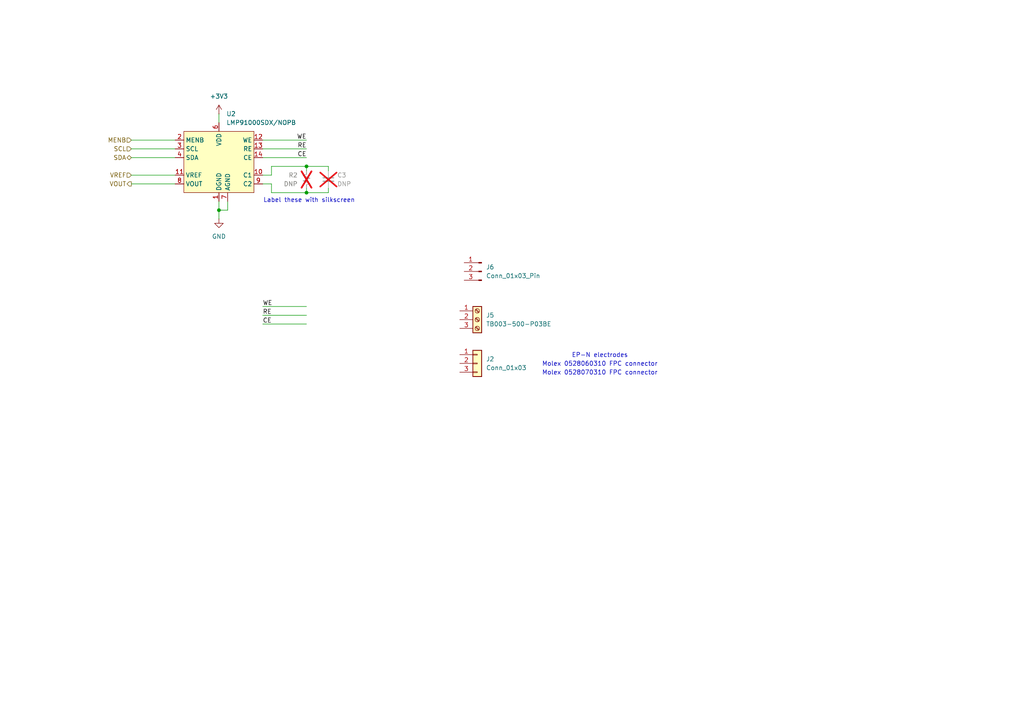
<source format=kicad_sch>
(kicad_sch (version 20250114) (generator "eeschema") (generator_version "9.0")
  (paper "A4")
  (title_block (title "LMP91000 Portable Potentiostat"))
  (lib_symbols
    (symbol "Connector:Conn_01x03_Pin" (pin_names (offset 1.016) (hide yes))
      (property "Reference" "J" (at 0 5.08 0))
      (property "Value" "Conn_01x03_Pin" (at 0 -5.08 0))
      (symbol "Conn_01x03_Pin_1_1"
        (rectangle (start 0.8636 2.667) (end 0 2.413) (stroke (width 0.1524)) (fill (type outline)))
        (rectangle (start 0.8636 0.127) (end 0 -0.127) (stroke (width 0.1524)) (fill (type outline)))
        (rectangle (start 0.8636 -2.413) (end 0 -2.667) (stroke (width 0.1524)) (fill (type outline)))
        (polyline (pts (xy 1.27 2.54) (xy 0.8636 2.54)) (stroke (width 0.1524)))
        (polyline (pts (xy 1.27 0) (xy 0.8636 0)) (stroke (width 0.1524)))
        (polyline (pts (xy 1.27 -2.54) (xy 0.8636 -2.54)) (stroke (width 0.1524)))
        (pin passive line (at 5.08 2.54 180) (length 3.81) (name "Pin_1") (number "1"))
        (pin passive line (at 5.08 0 180) (length 3.81) (name "Pin_2") (number "2"))
        (pin passive line (at 5.08 -2.54 180) (length 3.81) (name "Pin_3") (number "3"))
      )
    )
    (symbol "Connector:Screw_Terminal_01x03" (pin_names (offset 1.016) (hide yes))
      (property "Reference" "J" (at 0 5.08 0))
      (property "Value" "Screw_Terminal_01x03" (at 0 -5.08 0))
      (symbol "Screw_Terminal_01x03_1_1"
        (rectangle (start -1.27 3.81) (end 1.27 -3.81) (stroke (width 0.254)) (fill (type background)))
        (polyline (pts (xy -0.5334 2.8702) (xy 0.3302 2.032)) (stroke (width 0.1524)))
        (polyline (pts (xy -0.5334 0.3302) (xy 0.3302 -0.508)) (stroke (width 0.1524)))
        (polyline (pts (xy -0.5334 -2.2098) (xy 0.3302 -3.048)) (stroke (width 0.1524)))
        (polyline (pts (xy -0.3556 3.048) (xy 0.508 2.2098)) (stroke (width 0.1524)))
        (polyline (pts (xy -0.3556 0.508) (xy 0.508 -0.3302)) (stroke (width 0.1524)))
        (polyline (pts (xy -0.3556 -2.032) (xy 0.508 -2.8702)) (stroke (width 0.1524)))
        (circle (center 0 2.54) (radius 0.635) (stroke (width 0.1524)))
        (circle (center 0 0) (radius 0.635) (stroke (width 0.1524)))
        (circle (center 0 -2.54) (radius 0.635) (stroke (width 0.1524)))
        (pin passive line (at -5.08 2.54 0) (length 3.81) (name "Pin_1") (number "1"))
        (pin passive line (at -5.08 0 0) (length 3.81) (name "Pin_2") (number "2"))
        (pin passive line (at -5.08 -2.54 0) (length 3.81) (name "Pin_3") (number "3"))
      )
    )
    (symbol "Connector_Generic:Conn_01x03" (pin_names (offset 1.016) (hide yes))
      (property "Reference" "J" (at 0 5.08 0))
      (property "Value" "Conn_01x03" (at 0 -5.08 0))
      (symbol "Conn_01x03_1_1"
        (rectangle (start -1.27 3.81) (end 1.27 -3.81) (stroke (width 0.254)) (fill (type background)))
        (rectangle (start -1.27 2.667) (end 0 2.413) (stroke (width 0.1524)))
        (rectangle (start -1.27 0.127) (end 0 -0.127) (stroke (width 0.1524)))
        (rectangle (start -1.27 -2.413) (end 0 -2.667) (stroke (width 0.1524)))
        (pin passive line (at -5.08 2.54 0) (length 3.81) (name "Pin_1") (number "1"))
        (pin passive line (at -5.08 0 0) (length 3.81) (name "Pin_2") (number "2"))
        (pin passive line (at -5.08 -2.54 0) (length 3.81) (name "Pin_3") (number "3"))
      )
    )
    (symbol "Device:C_Small" (pin_numbers (hide yes)) (pin_names (offset 0.254) (hide yes))
      (property "Reference" "C" (at 0.254 1.778 0))
      (property "Value" "C_Small" (at 0.254 -2.032 0))
      (symbol "C_Small_0_1"
        (polyline (pts (xy -1.524 0.508) (xy 1.524 0.508)) (stroke (width 0.3048)))
        (polyline (pts (xy -1.524 -0.508) (xy 1.524 -0.508)) (stroke (width 0.3302)))
      )
      (symbol "C_Small_1_1"
        (pin passive line (at 0 2.54 270) (length 2.032) (name "~") (number "1"))
        (pin passive line (at 0 -2.54 90) (length 2.032) (name "~") (number "2"))
      )
    )
    (symbol "Device:R_Small_US" (pin_numbers (hide yes)) (pin_names (offset 0.254) (hide yes))
      (property "Reference" "R" (at 0.762 0.508 0))
      (property "Value" "R_Small_US" (at 0.762 -1.016 0))
      (symbol "R_Small_US_1_1"
        (polyline (pts (xy 0 1.524) (xy 1.016 1.143) (xy 0 0.762) (xy -1.016 0.381) (xy 0 0)))
        (polyline (pts (xy 0 0) (xy 1.016 -0.381) (xy 0 -0.762) (xy -1.016 -1.143) (xy 0 -1.524)))
        (pin passive line (at 0 2.54 270) (length 1.016) (name "~") (number "1"))
        (pin passive line (at 0 -2.54 90) (length 1.016) (name "~") (number "2"))
      )
    )
    (symbol "TI_LMP91000:LMP91000"
      (property "Reference" "U" (at -10.16 3.81 0))
      (property "Value" "LMP91000SDX/NOPB" (at -10.16 1.27 0))
      (symbol "LMP91000_0_0"
        (pin input line (at -12.7 -2.54 0) (length 2.54) (name "MENB") (number "2"))
        (pin input line (at -12.7 -5.08 0) (length 2.54) (name "SCL") (number "3"))
        (pin bidirectional line (at -12.7 -7.62 0) (length 2.54) (name "SDA") (number "4"))
        (pin input line (at -12.7 -12.7 0) (length 2.54) (name "VREF") (number "11"))
        (pin output line (at -12.7 -15.24 0) (length 2.54) (name "VOUT") (number "8"))
        (pin power_in line (at 0 2.54 270) (length 2.54) (name "VDD") (number "6"))
        (pin power_in line (at 0 -20.32 90) (length 2.54) (name "DGND") (number "1"))
        (pin power_in line (at 2.54 -20.32 90) (length 2.54) (name "AGND") (number "7"))
        (pin output line (at 12.7 -2.54 180) (length 2.54) (name "WE") (number "12"))
        (pin output line (at 12.7 -5.08 180) (length 2.54) (name "RE") (number "13"))
        (pin output line (at 12.7 -7.62 180) (length 2.54) (name "CE") (number "14"))
        (pin passive line (at 12.7 -12.7 180) (length 2.54) (name "C1") (number "10"))
        (pin passive line (at 12.7 -15.24 180) (length 2.54) (name "C2") (number "9"))
      )
      (symbol "LMP91000_1_0"
        (pin power_in line (at 2.54 -20.32 90) (length 2.54) (hide yes) (name "DAP") (number "15"))
        (pin no_connect line (at 5.08 -20.32 90) (length 2.54) (hide yes) (name "NC") (number "5"))
      )
      (symbol "LMP91000_1_1"
        (rectangle (start -10.16 0) (end 10.16 -17.78) (fill (type background)))
      )
    )
    (symbol "power:+3V3" (power) (pin_numbers (hide yes)) (pin_names (offset 0) (hide yes))
      (property "Value" "+3V3" (at 0 3.556 0))
      (symbol "+3V3_0_1"
        (polyline (pts (xy -0.762 1.27) (xy 0 2.54)))
        (polyline (pts (xy 0 2.54) (xy 0.762 1.27)))
        (polyline (pts (xy 0 0) (xy 0 2.54)))
      )
      (symbol "+3V3_1_1"
        (pin power_in line (at 0 0 90) (length 0) (name "~") (number "1"))
      )
    )
    (symbol "power:GND" (power) (pin_numbers (hide yes)) (pin_names (offset 0) (hide yes))
      (property "Value" "GND" (at 0 -3.81 0))
      (symbol "GND_0_1"
        (polyline (pts (xy 0 0) (xy 0 -1.27) (xy 1.27 -1.27) (xy 0 -2.54) (xy -1.27 -1.27) (xy 0 -1.27)))
      )
      (symbol "GND_1_1"
        (pin power_in line (at 0 0 270) (length 0) (name "~") (number "1"))
      )
    )
  )
  (text "Label these with silkscreen" (at 89.662 58.166 0) (effects (font (size 1.27 1.27))))
  (text "Molex 0528070310 FPC connector" (at 173.99 108.204 0) (effects (font (size 1.27 1.27))))
  (text "EP-N electrodes" (at 173.99 103.124 0) (effects (font (size 1.27 1.27))))
  (text "Molex 0528060310 FPC connector" (at 173.99 105.664 0) (effects (font (size 1.27 1.27))))
  (junction (at 63.5 60.96))
  (junction (at 88.9 48.26))
  (junction (at 88.9 55.88))
  (wire (pts (xy 88.9 54.61) (xy 88.9 55.88)))
  (wire (pts (xy 38.1 43.18) (xy 50.8 43.18)))
  (wire (pts (xy 63.5 60.96) (xy 63.5 58.42)))
  (wire (pts (xy 76.2 43.18) (xy 88.9 43.18)))
  (wire (pts (xy 66.04 58.42) (xy 66.04 60.96)))
  (wire (pts (xy 95.25 48.26) (xy 88.9 48.26)))
  (wire (pts (xy 88.9 91.44) (xy 76.2 91.44)))
  (wire (pts (xy 63.5 33.02) (xy 63.5 35.56)))
  (wire (pts (xy 78.74 55.88) (xy 88.9 55.88)))
  (wire (pts (xy 66.04 60.96) (xy 63.5 60.96)))
  (wire (pts (xy 76.2 45.72) (xy 88.9 45.72)))
  (wire (pts (xy 78.74 48.26) (xy 88.9 48.26)))
  (wire (pts (xy 88.9 88.9) (xy 76.2 88.9)))
  (wire (pts (xy 76.2 40.64) (xy 88.9 40.64)))
  (wire (pts (xy 76.2 50.8) (xy 78.74 50.8)))
  (wire (pts (xy 38.1 40.64) (xy 50.8 40.64)))
  (wire (pts (xy 88.9 93.98) (xy 76.2 93.98)))
  (wire (pts (xy 95.25 49.53) (xy 95.25 48.26)))
  (wire (pts (xy 95.25 55.88) (xy 95.25 54.61)))
  (wire (pts (xy 38.1 53.34) (xy 50.8 53.34)))
  (wire (pts (xy 88.9 55.88) (xy 95.25 55.88)))
  (wire (pts (xy 78.74 53.34) (xy 78.74 55.88)))
  (wire (pts (xy 76.2 53.34) (xy 78.74 53.34)))
  (wire (pts (xy 63.5 60.96) (xy 63.5 63.5)))
  (wire (pts (xy 38.1 50.8) (xy 50.8 50.8)))
  (wire (pts (xy 38.1 45.72) (xy 50.8 45.72)))
  (wire (pts (xy 78.74 50.8) (xy 78.74 48.26)))
  (wire (pts (xy 88.9 48.26) (xy 88.9 49.53)))
  (label "CE" (at 76.2 93.98 0))
  (label "RE" (at 76.2 91.44 0))
  (label "WE" (at 76.2 88.9 0))
  (label "WE" (at 88.9 40.64 180))
  (label "CE" (at 88.9 45.72 180))
  (label "RE" (at 88.9 43.18 180))
  (hierarchical_label "SDA" (shape bidirectional) (at 38.1 45.72 180))
  (hierarchical_label "SCL" (shape input) (at 38.1 43.18 180))
  (hierarchical_label "VREF" (shape input) (at 38.1 50.8 180))
  (hierarchical_label "MENB" (shape input) (at 38.1 40.64 180))
  (hierarchical_label "VOUT" (shape output) (at 38.1 53.34 180))
  (symbol (lib_id "power:+3V3") (at 63.5 33.02 0) (unit 1)
    (property "Reference" "#PWR019" (effects (hide yes)))
    (property "Value" "+3V3" (at 63.5 27.94 0))
    (property "Description" "Power symbol creates a global label with name \"+3V3\"" (effects (hide yes)))
  )
  (symbol (lib_id "Device:R_Small_US") (at 88.9 52.07 0) (mirror y) (unit 1) (dnp yes)
    (property "Reference" "R2" (at 86.36 50.7999 0) (effects (justify left)))
    (property "Value" "DNP" (at 86.36 53.3399 0) (effects (justify left)))
    (property "Description" "Resistor, small US symbol" (effects (hide yes)))
  )
  (symbol (lib_id "Connector:Screw_Terminal_01x03") (at 138.43 92.71 0) (unit 1)
    (property "Reference" "J5" (at 140.97 91.4399 0) (effects (justify left)))
    (property "Value" "TB003-500-P03BE" (at 140.97 93.9799 0) (effects (justify left)))
    (property "Description" "Generic screw terminal, single row, 01x03, script generated (kicad-library-utils/schlib/autogen/connector/)" (effects (hide yes)))
  )
  (symbol (lib_id "Connector:Conn_01x03_Pin") (at 139.7 78.74 0) (mirror y) (unit 1)
    (property "Reference" "J6" (at 140.97 77.4699 0) (effects (justify right)))
    (property "Value" "Conn_01x03_Pin" (at 140.97 80.0099 0) (effects (justify right)))
    (property "Description" "Generic connector, single row, 01x03, script generated" (effects (hide yes)))
  )
  (symbol (lib_id "Connector_Generic:Conn_01x03") (at 138.43 105.41 0) (unit 1)
    (property "Reference" "J2" (at 140.97 104.1399 0) (effects (justify left)))
    (property "Value" "Conn_01x03" (at 140.97 106.6799 0) (effects (justify left)))
    (property "Description" "Generic connector, single row, 01x03, script generated (kicad-library-utils/schlib/autogen/connector/)" (effects (hide yes)))
  )
  (symbol (lib_id "power:GND") (at 63.5 63.5 0) (unit 1)
    (property "Reference" "#PWR06" (effects (hide yes)))
    (property "Value" "GND" (at 63.5 68.58 0))
    (property "Description" "Power symbol creates a global label with name \"GND\" , ground" (effects (hide yes)))
  )
  (symbol (lib_id "TI_LMP91000:LMP91000") (at 63.5 38.1 0) (unit 1)
    (property "Reference" "U2" (at 65.6433 33.02 0) (effects (justify left)))
    (property "Value" "LMP91000SDX/NOPB" (at 65.6433 35.56 0) (effects (justify left)))
    (property "Footprint" "Package_SON:WSON-14-1EP_4.0x4.0mm_P0.5mm_EP2.6x2.6mm" (effects (hide yes)))
    (property "Datasheet" "https://www.ti.com/lit/ds/symlink/lmp91000.pdf" (effects (hide yes)))
    (property "Description" "Configurable AFE Potentiostat for Low-Power Chemical-Sensing Applications" (effects (hide yes)))
  )
  (symbol (lib_id "Device:C_Small") (at 95.25 52.07 0) (unit 1) (dnp yes)
    (property "Reference" "C3" (at 97.79 50.8062 0) (effects (justify left)))
    (property "Value" "DNP" (at 97.79 53.3462 0) (effects (justify left)))
    (property "Description" "Unpolarized capacitor, small symbol" (effects (hide yes)))
  )
)
</source>
